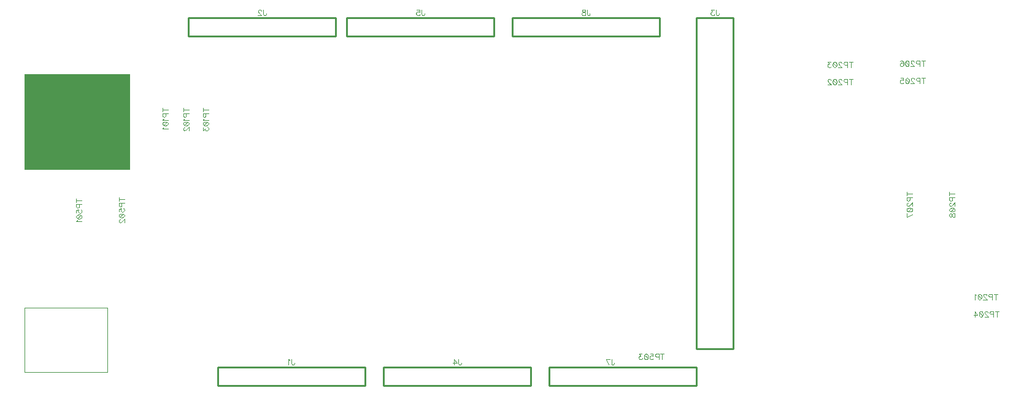
<source format=gbr>
G04 DipTrace 2.4.0.2*
%INBottomSilk.gbr*%
%MOIN*%
%ADD10C,0.0098*%
%ADD13C,0.0014*%
%ADD120C,0.0046*%
%FSLAX44Y44*%
G04*
G70*
G90*
G75*
G01*
%LNBotSilk*%
%LPD*%
X10500Y500D2*
D10*
X18500D1*
Y1500D1*
X10500D1*
Y500D1*
X8900Y19500D2*
X16900D1*
Y20500D1*
X8900D1*
Y19500D1*
X36500Y20500D2*
X38500D1*
Y2500D1*
X36500D1*
Y20500D1*
X19500Y500D2*
X27500D1*
Y1500D1*
X19500D1*
Y500D1*
X17500Y19500D2*
X25500D1*
Y20500D1*
X17500D1*
Y19500D1*
X28500Y500D2*
X36500D1*
Y1500D1*
X28500D1*
Y500D1*
X26500Y19500D2*
X34500D1*
Y20500D1*
X26500D1*
Y19500D1*
X0Y4750D2*
D13*
X4500D1*
Y1250D1*
X0D1*
Y4750D1*
Y17250D2*
X3750D1*
Y12750D1*
X0D1*
Y17250D1*
G36*
Y17437D2*
X5750D1*
Y12250D1*
X0D1*
Y17437D1*
G37*
X14511Y1939D2*
D120*
Y1710D1*
X14525Y1667D1*
X14539Y1652D1*
X14568Y1638D1*
X14597D1*
X14625Y1652D1*
X14640Y1667D1*
X14654Y1710D1*
Y1738D1*
X14418Y1882D2*
X14389Y1896D1*
X14346Y1939D1*
Y1638D1*
X12975Y20939D2*
Y20710D1*
X12989Y20667D1*
X13004Y20652D1*
X13032Y20638D1*
X13061D1*
X13090Y20652D1*
X13104Y20667D1*
X13119Y20710D1*
Y20738D1*
X12868Y20867D2*
Y20882D1*
X12854Y20910D1*
X12839Y20925D1*
X12810Y20939D1*
X12753D1*
X12725Y20925D1*
X12710Y20910D1*
X12696Y20882D1*
Y20853D1*
X12710Y20824D1*
X12739Y20781D1*
X12882Y20638D1*
X12681D1*
X37575Y20939D2*
Y20710D1*
X37589Y20667D1*
X37604Y20652D1*
X37632Y20638D1*
X37661D1*
X37690Y20652D1*
X37704Y20667D1*
X37719Y20710D1*
Y20738D1*
X37454Y20939D2*
X37296D1*
X37382Y20824D1*
X37339D1*
X37310Y20810D1*
X37296Y20796D1*
X37281Y20753D1*
Y20724D1*
X37296Y20681D1*
X37325Y20652D1*
X37368Y20638D1*
X37411D1*
X37454Y20652D1*
X37468Y20667D1*
X37482Y20695D1*
X23582Y1939D2*
Y1710D1*
X23596Y1667D1*
X23611Y1652D1*
X23640Y1638D1*
X23668D1*
X23697Y1652D1*
X23711Y1667D1*
X23726Y1710D1*
Y1738D1*
X23346Y1638D2*
Y1939D1*
X23489Y1738D1*
X23274D1*
X21575Y20939D2*
Y20710D1*
X21589Y20667D1*
X21604Y20652D1*
X21632Y20638D1*
X21661D1*
X21690Y20652D1*
X21704Y20667D1*
X21719Y20710D1*
Y20738D1*
X21310Y20939D2*
X21454D1*
X21468Y20810D1*
X21454Y20824D1*
X21410Y20839D1*
X21368D1*
X21325Y20824D1*
X21296Y20796D1*
X21281Y20753D1*
Y20724D1*
X21296Y20681D1*
X21325Y20652D1*
X21368Y20638D1*
X21410D1*
X21454Y20652D1*
X21468Y20667D1*
X21482Y20695D1*
X31887Y1939D2*
Y1710D1*
X31902Y1667D1*
X31916Y1652D1*
X31945Y1638D1*
X31974D1*
X32002Y1652D1*
X32016Y1667D1*
X32031Y1710D1*
Y1738D1*
X31737Y1638D2*
X31594Y1939D1*
X31795D1*
X30575Y20939D2*
Y20710D1*
X30589Y20667D1*
X30604Y20652D1*
X30632Y20638D1*
X30661D1*
X30690Y20652D1*
X30704Y20667D1*
X30718Y20710D1*
Y20738D1*
X30411Y20939D2*
X30453Y20925D1*
X30468Y20896D1*
Y20867D1*
X30453Y20839D1*
X30425Y20824D1*
X30367Y20810D1*
X30324Y20796D1*
X30296Y20767D1*
X30282Y20738D1*
Y20695D1*
X30296Y20667D1*
X30310Y20652D1*
X30353Y20638D1*
X30411D1*
X30453Y20652D1*
X30468Y20667D1*
X30482Y20695D1*
Y20738D1*
X30468Y20767D1*
X30439Y20796D1*
X30396Y20810D1*
X30339Y20824D1*
X30310Y20839D1*
X30296Y20867D1*
Y20896D1*
X30310Y20925D1*
X30353Y20939D1*
X30411D1*
X7498Y15503D2*
X7800D1*
X7498Y15604D2*
Y15403D1*
X7656Y15310D2*
Y15181D1*
X7642Y15138D1*
X7627Y15124D1*
X7599Y15109D1*
X7556D1*
X7527Y15124D1*
X7512Y15138D1*
X7498Y15181D1*
Y15310D1*
X7800D1*
X7556Y15017D2*
X7541Y14988D1*
X7498Y14945D1*
X7800D1*
X7498Y14766D2*
X7513Y14809D1*
X7556Y14838D1*
X7627Y14852D1*
X7671D1*
X7742Y14838D1*
X7785Y14809D1*
X7800Y14766D1*
Y14737D1*
X7785Y14694D1*
X7742Y14666D1*
X7671Y14651D1*
X7627D1*
X7556Y14666D1*
X7513Y14694D1*
X7498Y14737D1*
Y14766D1*
X7556Y14666D2*
X7742Y14838D1*
X7556Y14559D2*
X7541Y14530D1*
X7498Y14487D1*
X7800D1*
X8623Y15505D2*
X8925D1*
X8623Y15606D2*
Y15405D1*
X8781Y15312D2*
Y15183D1*
X8767Y15140D1*
X8752Y15126D1*
X8724Y15111D1*
X8681D1*
X8652Y15126D1*
X8637Y15140D1*
X8623Y15183D1*
Y15312D1*
X8925D1*
X8681Y15019D2*
X8666Y14990D1*
X8623Y14947D1*
X8925D1*
X8623Y14768D2*
X8638Y14811D1*
X8681Y14840D1*
X8752Y14854D1*
X8796D1*
X8867Y14840D1*
X8910Y14811D1*
X8925Y14768D1*
Y14739D1*
X8910Y14696D1*
X8867Y14668D1*
X8796Y14653D1*
X8752D1*
X8681Y14668D1*
X8638Y14696D1*
X8623Y14739D1*
Y14768D1*
X8681Y14668D2*
X8867Y14840D1*
X8695Y14546D2*
X8681D1*
X8652Y14532D1*
X8638Y14517D1*
X8623Y14489D1*
Y14431D1*
X8638Y14403D1*
X8652Y14388D1*
X8681Y14374D1*
X8709D1*
X8738Y14388D1*
X8781Y14417D1*
X8925Y14561D1*
Y14360D1*
X9686Y15505D2*
X9987D1*
X9686Y15606D2*
Y15405D1*
X9844Y15312D2*
Y15183D1*
X9829Y15140D1*
X9815Y15126D1*
X9786Y15111D1*
X9743D1*
X9715Y15126D1*
X9700Y15140D1*
X9686Y15183D1*
Y15312D1*
X9987D1*
X9743Y15019D2*
X9729Y14990D1*
X9686Y14947D1*
X9987D1*
X9686Y14768D2*
X9700Y14811D1*
X9743Y14840D1*
X9815Y14854D1*
X9858D1*
X9930Y14840D1*
X9973Y14811D1*
X9987Y14768D1*
Y14739D1*
X9973Y14696D1*
X9930Y14668D1*
X9858Y14653D1*
X9815D1*
X9743Y14668D1*
X9700Y14696D1*
X9686Y14739D1*
Y14768D1*
X9743Y14668D2*
X9930Y14840D1*
X9686Y14532D2*
Y14374D1*
X9801Y14460D1*
Y14417D1*
X9815Y14388D1*
X9829Y14374D1*
X9872Y14360D1*
X9901D1*
X9944Y14374D1*
X9973Y14403D1*
X9987Y14446D1*
Y14489D1*
X9973Y14532D1*
X9958Y14546D1*
X9930Y14561D1*
X52773Y5485D2*
Y5183D1*
X52873Y5485D2*
X52672D1*
X52580Y5327D2*
X52450D1*
X52407Y5341D1*
X52393Y5356D1*
X52379Y5384D1*
Y5427D1*
X52393Y5456D1*
X52407Y5470D1*
X52450Y5485D1*
X52580D1*
Y5183D1*
X52271Y5413D2*
Y5427D1*
X52257Y5456D1*
X52243Y5470D1*
X52214Y5484D1*
X52157D1*
X52128Y5470D1*
X52114Y5456D1*
X52099Y5427D1*
Y5398D1*
X52114Y5370D1*
X52142Y5327D1*
X52286Y5183D1*
X52085D1*
X51906Y5484D2*
X51949Y5470D1*
X51978Y5427D1*
X51992Y5355D1*
Y5312D1*
X51978Y5241D1*
X51949Y5197D1*
X51906Y5183D1*
X51878D1*
X51835Y5197D1*
X51806Y5241D1*
X51791Y5312D1*
Y5355D1*
X51806Y5427D1*
X51835Y5470D1*
X51878Y5484D1*
X51906D1*
X51806Y5427D2*
X51978Y5241D1*
X51699Y5427D2*
X51670Y5441D1*
X51627Y5484D1*
Y5183D1*
X44900Y17172D2*
Y16871D1*
X45000Y17172D2*
X44799D1*
X44707Y17014D2*
X44577D1*
X44534Y17029D1*
X44520Y17043D1*
X44506Y17072D1*
Y17115D1*
X44520Y17143D1*
X44534Y17158D1*
X44577Y17172D1*
X44707D1*
Y16871D1*
X44398Y17100D2*
Y17115D1*
X44384Y17143D1*
X44370Y17158D1*
X44341Y17172D1*
X44284D1*
X44255Y17158D1*
X44241Y17143D1*
X44226Y17115D1*
Y17086D1*
X44241Y17057D1*
X44269Y17014D1*
X44413Y16871D1*
X44212D1*
X44033Y17172D2*
X44076Y17158D1*
X44105Y17115D1*
X44119Y17043D1*
Y17000D1*
X44105Y16928D1*
X44076Y16885D1*
X44033Y16871D1*
X44005D1*
X43961Y16885D1*
X43933Y16928D1*
X43918Y17000D1*
Y17043D1*
X43933Y17115D1*
X43961Y17158D1*
X44005Y17172D1*
X44033D1*
X43933Y17115D2*
X44105Y16928D1*
X43811Y17100D2*
Y17115D1*
X43797Y17143D1*
X43783Y17158D1*
X43754Y17172D1*
X43696D1*
X43668Y17158D1*
X43654Y17143D1*
X43639Y17115D1*
Y17086D1*
X43654Y17057D1*
X43682Y17014D1*
X43826Y16871D1*
X43625D1*
X44900Y18110D2*
Y17808D1*
X45000Y18110D2*
X44799D1*
X44707Y17952D2*
X44577D1*
X44534Y17966D1*
X44520Y17981D1*
X44506Y18009D1*
Y18052D1*
X44520Y18081D1*
X44534Y18095D1*
X44577Y18110D1*
X44707D1*
Y17808D1*
X44398Y18038D2*
Y18052D1*
X44384Y18081D1*
X44370Y18095D1*
X44341Y18109D1*
X44284D1*
X44255Y18095D1*
X44241Y18081D1*
X44226Y18052D1*
Y18023D1*
X44241Y17994D1*
X44269Y17952D1*
X44413Y17808D1*
X44212D1*
X44033Y18109D2*
X44076Y18095D1*
X44105Y18052D1*
X44119Y17980D1*
Y17937D1*
X44105Y17865D1*
X44076Y17822D1*
X44033Y17808D1*
X44005D1*
X43961Y17822D1*
X43933Y17865D1*
X43918Y17937D1*
Y17980D1*
X43933Y18052D1*
X43961Y18095D1*
X44005Y18109D1*
X44033D1*
X43933Y18052D2*
X44105Y17865D1*
X43797Y18109D2*
X43639D1*
X43725Y17994D1*
X43682D1*
X43654Y17980D1*
X43639Y17966D1*
X43625Y17923D1*
Y17894D1*
X43639Y17851D1*
X43668Y17822D1*
X43711Y17808D1*
X43754D1*
X43797Y17822D1*
X43811Y17837D1*
X43826Y17865D1*
X52844Y4547D2*
Y4246D1*
X52945Y4547D2*
X52744D1*
X52651Y4389D2*
X52522D1*
X52479Y4404D1*
X52464Y4418D1*
X52450Y4447D1*
Y4490D1*
X52464Y4518D1*
X52479Y4533D1*
X52522Y4547D1*
X52651D1*
Y4246D1*
X52343Y4475D2*
Y4489D1*
X52329Y4518D1*
X52314Y4533D1*
X52286Y4547D1*
X52228D1*
X52200Y4533D1*
X52185Y4518D1*
X52171Y4489D1*
Y4461D1*
X52185Y4432D1*
X52214Y4389D1*
X52358Y4246D1*
X52157D1*
X51978Y4547D2*
X52021Y4533D1*
X52050Y4489D1*
X52064Y4418D1*
Y4375D1*
X52050Y4303D1*
X52021Y4260D1*
X51978Y4246D1*
X51949D1*
X51906Y4260D1*
X51878Y4303D1*
X51863Y4375D1*
Y4418D1*
X51878Y4489D1*
X51906Y4533D1*
X51949Y4547D1*
X51978D1*
X51878Y4489D2*
X52050Y4303D1*
X51627Y4246D2*
Y4547D1*
X51770Y4346D1*
X51555D1*
X48837Y17235D2*
Y16933D1*
X48938Y17235D2*
X48737D1*
X48644Y17077D2*
X48515D1*
X48472Y17091D1*
X48457Y17106D1*
X48443Y17134D1*
Y17177D1*
X48457Y17206D1*
X48472Y17220D1*
X48515Y17235D1*
X48644D1*
Y16933D1*
X48336Y17163D2*
Y17177D1*
X48322Y17206D1*
X48307Y17220D1*
X48279Y17234D1*
X48221D1*
X48193Y17220D1*
X48178Y17206D1*
X48164Y17177D1*
Y17148D1*
X48178Y17120D1*
X48207Y17077D1*
X48350Y16933D1*
X48150D1*
X47971Y17234D2*
X48014Y17220D1*
X48043Y17177D1*
X48057Y17105D1*
Y17062D1*
X48043Y16991D1*
X48014Y16947D1*
X47971Y16933D1*
X47942D1*
X47899Y16947D1*
X47871Y16991D1*
X47856Y17062D1*
Y17105D1*
X47871Y17177D1*
X47899Y17220D1*
X47942Y17234D1*
X47971D1*
X47871Y17177D2*
X48043Y16991D1*
X47591Y17234D2*
X47734D1*
X47749Y17105D1*
X47734Y17120D1*
X47691Y17134D1*
X47649D1*
X47605Y17120D1*
X47577Y17091D1*
X47562Y17048D1*
Y17019D1*
X47577Y16976D1*
X47605Y16947D1*
X47649Y16933D1*
X47691D1*
X47734Y16947D1*
X47749Y16962D1*
X47763Y16991D1*
X48830Y18172D2*
Y17871D1*
X48930Y18172D2*
X48729D1*
X48637Y18014D2*
X48507D1*
X48465Y18029D1*
X48450Y18043D1*
X48436Y18072D1*
Y18115D1*
X48450Y18143D1*
X48465Y18158D1*
X48507Y18172D1*
X48637D1*
Y17871D1*
X48329Y18100D2*
Y18114D1*
X48314Y18143D1*
X48300Y18158D1*
X48271Y18172D1*
X48214D1*
X48185Y18158D1*
X48171Y18143D1*
X48156Y18114D1*
Y18086D1*
X48171Y18057D1*
X48200Y18014D1*
X48343Y17871D1*
X48142D1*
X47963Y18172D2*
X48006Y18158D1*
X48035Y18114D1*
X48050Y18043D1*
Y18000D1*
X48035Y17928D1*
X48006Y17885D1*
X47963Y17871D1*
X47935D1*
X47892Y17885D1*
X47863Y17928D1*
X47849Y18000D1*
Y18043D1*
X47863Y18114D1*
X47892Y18158D1*
X47935Y18172D1*
X47963D1*
X47863Y18114D2*
X48035Y17928D1*
X47584Y18129D2*
X47598Y18158D1*
X47641Y18172D1*
X47670D1*
X47713Y18158D1*
X47742Y18114D1*
X47756Y18043D1*
Y17971D1*
X47742Y17914D1*
X47713Y17885D1*
X47670Y17871D1*
X47656D1*
X47613Y17885D1*
X47584Y17914D1*
X47570Y17957D1*
Y17971D1*
X47584Y18014D1*
X47613Y18043D1*
X47656Y18057D1*
X47670D1*
X47713Y18043D1*
X47742Y18014D1*
X47756Y17971D1*
X47936Y10945D2*
X48237D1*
X47936Y11045D2*
Y10844D1*
X48094Y10752D2*
Y10623D1*
X48079Y10580D1*
X48065Y10565D1*
X48036Y10551D1*
X47993D1*
X47965Y10565D1*
X47950Y10580D1*
X47936Y10623D1*
Y10752D1*
X48237D1*
X48008Y10444D2*
X47993D1*
X47965Y10429D1*
X47950Y10415D1*
X47936Y10386D1*
Y10329D1*
X47950Y10300D1*
X47965Y10286D1*
X47993Y10272D1*
X48022D1*
X48051Y10286D1*
X48094Y10315D1*
X48237Y10458D1*
Y10257D1*
X47936Y10078D2*
X47950Y10122D1*
X47993Y10150D1*
X48065Y10165D1*
X48108D1*
X48180Y10150D1*
X48223Y10122D1*
X48237Y10078D1*
Y10050D1*
X48223Y10007D1*
X48180Y9978D1*
X48108Y9964D1*
X48065D1*
X47993Y9978D1*
X47950Y10007D1*
X47936Y10050D1*
Y10078D1*
X47993Y9978D2*
X48180Y10150D1*
X48237Y9814D2*
X47936Y9670D1*
Y9871D1*
X50248Y10945D2*
X50550D1*
X50248Y11045D2*
Y10844D1*
X50406Y10752D2*
Y10622D1*
X50392Y10580D1*
X50377Y10565D1*
X50349Y10551D1*
X50306D1*
X50277Y10565D1*
X50262Y10580D1*
X50248Y10622D1*
Y10752D1*
X50550D1*
X50320Y10444D2*
X50306D1*
X50277Y10429D1*
X50263Y10415D1*
X50248Y10386D1*
Y10329D1*
X50263Y10300D1*
X50277Y10286D1*
X50306Y10271D1*
X50334D1*
X50363Y10286D1*
X50406Y10315D1*
X50550Y10458D1*
Y10257D1*
X50248Y10078D2*
X50263Y10121D1*
X50306Y10150D1*
X50377Y10165D1*
X50421D1*
X50492Y10150D1*
X50535Y10121D1*
X50550Y10078D1*
Y10050D1*
X50535Y10007D1*
X50492Y9978D1*
X50421Y9964D1*
X50377D1*
X50306Y9978D1*
X50263Y10007D1*
X50248Y10050D1*
Y10078D1*
X50306Y9978D2*
X50492Y10150D1*
X50248Y9799D2*
X50263Y9842D1*
X50291Y9857D1*
X50320D1*
X50349Y9842D1*
X50363Y9814D1*
X50377Y9756D1*
X50392Y9713D1*
X50421Y9685D1*
X50449Y9670D1*
X50492D1*
X50521Y9685D1*
X50535Y9699D1*
X50550Y9742D1*
Y9799D1*
X50535Y9842D1*
X50521Y9857D1*
X50492Y9871D1*
X50449D1*
X50421Y9857D1*
X50392Y9828D1*
X50377Y9785D1*
X50363Y9728D1*
X50349Y9699D1*
X50320Y9685D1*
X50291D1*
X50263Y9699D1*
X50248Y9742D1*
Y9799D1*
X2811Y10568D2*
X3112D1*
X2811Y10668D2*
Y10467D1*
X2969Y10375D2*
Y10246D1*
X2954Y10203D1*
X2940Y10188D1*
X2911Y10174D1*
X2868D1*
X2840Y10188D1*
X2825Y10203D1*
X2811Y10246D1*
Y10375D1*
X3112D1*
X2811Y9909D2*
Y10052D1*
X2940Y10067D1*
X2926Y10052D1*
X2911Y10009D1*
Y9967D1*
X2926Y9923D1*
X2954Y9895D1*
X2997Y9880D1*
X3026D1*
X3069Y9895D1*
X3098Y9923D1*
X3112Y9967D1*
Y10009D1*
X3098Y10052D1*
X3083Y10067D1*
X3055Y10081D1*
X2811Y9701D2*
X2825Y9745D1*
X2868Y9773D1*
X2940Y9788D1*
X2983D1*
X3055Y9773D1*
X3098Y9745D1*
X3112Y9701D1*
Y9673D1*
X3098Y9630D1*
X3055Y9601D1*
X2983Y9587D1*
X2940D1*
X2868Y9601D1*
X2825Y9630D1*
X2811Y9673D1*
Y9701D1*
X2868Y9601D2*
X3055Y9773D1*
X2868Y9494D2*
X2854Y9465D1*
X2811Y9422D1*
X3112D1*
X5123Y10632D2*
X5425D1*
X5123Y10733D2*
Y10532D1*
X5281Y10439D2*
Y10310D1*
X5267Y10267D1*
X5252Y10253D1*
X5224Y10238D1*
X5181D1*
X5152Y10253D1*
X5137Y10267D1*
X5123Y10310D1*
Y10439D1*
X5425D1*
X5124Y9974D2*
Y10117D1*
X5252Y10131D1*
X5238Y10117D1*
X5224Y10074D1*
Y10031D1*
X5238Y9988D1*
X5267Y9959D1*
X5310Y9945D1*
X5338D1*
X5381Y9959D1*
X5410Y9988D1*
X5425Y10031D1*
Y10074D1*
X5410Y10117D1*
X5396Y10131D1*
X5367Y10146D1*
X5124Y9766D2*
X5138Y9809D1*
X5181Y9838D1*
X5252Y9852D1*
X5296D1*
X5367Y9838D1*
X5410Y9809D1*
X5425Y9766D1*
Y9737D1*
X5410Y9694D1*
X5367Y9666D1*
X5296Y9651D1*
X5252D1*
X5181Y9666D1*
X5138Y9694D1*
X5124Y9737D1*
Y9766D1*
X5181Y9666D2*
X5367Y9838D1*
X5195Y9544D2*
X5181D1*
X5152Y9530D1*
X5138Y9515D1*
X5124Y9487D1*
X5123Y9429D1*
X5138Y9401D1*
X5152Y9386D1*
X5181Y9372D1*
X5209D1*
X5238Y9386D1*
X5281Y9415D1*
X5425Y9559D1*
Y9358D1*
X34650Y2234D2*
Y1933D1*
X34750Y2234D2*
X34549D1*
X34457Y2077D2*
X34327D1*
X34284Y2091D1*
X34270Y2105D1*
X34256Y2134D1*
Y2177D1*
X34270Y2206D1*
X34284Y2220D1*
X34327Y2234D1*
X34457D1*
Y1933D1*
X33991Y2234D2*
X34134D1*
X34148Y2105D1*
X34134Y2119D1*
X34091Y2134D1*
X34048D1*
X34005Y2119D1*
X33976Y2091D1*
X33962Y2048D1*
Y2019D1*
X33976Y1976D1*
X34005Y1947D1*
X34048Y1933D1*
X34091D1*
X34134Y1947D1*
X34148Y1962D1*
X34163Y1990D1*
X33783Y2234D2*
X33826Y2220D1*
X33855Y2177D1*
X33869Y2105D1*
Y2062D1*
X33855Y1990D1*
X33826Y1947D1*
X33783Y1933D1*
X33755D1*
X33712Y1947D1*
X33683Y1990D1*
X33668Y2062D1*
Y2105D1*
X33683Y2177D1*
X33712Y2220D1*
X33755Y2234D1*
X33783D1*
X33683Y2177D2*
X33855Y1990D1*
X33547Y2234D2*
X33389D1*
X33475Y2119D1*
X33432D1*
X33404Y2105D1*
X33389Y2091D1*
X33375Y2048D1*
Y2019D1*
X33389Y1976D1*
X33418Y1947D1*
X33461Y1933D1*
X33504D1*
X33547Y1947D1*
X33561Y1962D1*
X33576Y1990D1*
M02*

</source>
